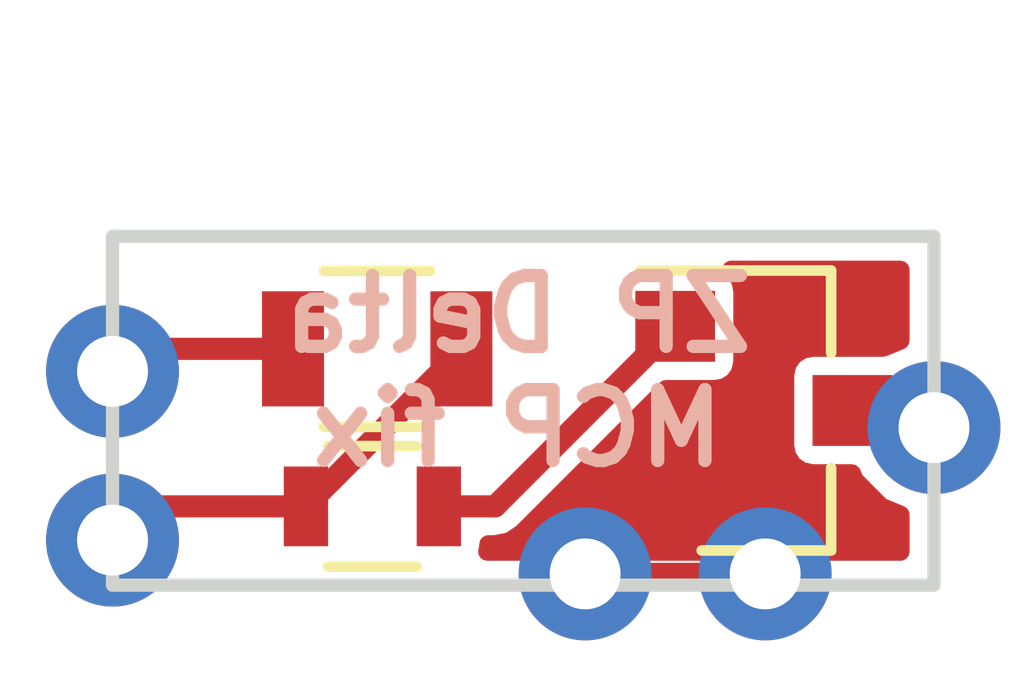
<source format=kicad_pcb>
(kicad_pcb (version 4) (host pcbnew 4.0.7)

  (general
    (links 9)
    (no_connects 0)
    (area 87.427999 134.163999 96.849001 138.251001)
    (thickness 1.6)
    (drawings 5)
    (tracks 14)
    (zones 0)
    (modules 8)
    (nets 6)
  )

  (page A4)
  (layers
    (0 F.Cu signal)
    (31 B.Cu signal)
    (32 B.Adhes user)
    (33 F.Adhes user)
    (34 B.Paste user)
    (35 F.Paste user)
    (36 B.SilkS user)
    (37 F.SilkS user)
    (38 B.Mask user)
    (39 F.Mask user)
    (40 Dwgs.User user)
    (41 Cmts.User user)
    (42 Eco1.User user)
    (43 Eco2.User user)
    (44 Edge.Cuts user)
    (45 Margin user)
    (46 B.CrtYd user)
    (47 F.CrtYd user)
    (48 B.Fab user hide)
    (49 F.Fab user hide)
  )

  (setup
    (last_trace_width 0.25)
    (trace_clearance 0.2)
    (zone_clearance 0.2)
    (zone_45_only no)
    (trace_min 0.2)
    (segment_width 0.2)
    (edge_width 0.15)
    (via_size 0.6)
    (via_drill 0.4)
    (via_min_size 0.4)
    (via_min_drill 0.3)
    (uvia_size 0.3)
    (uvia_drill 0.1)
    (uvias_allowed no)
    (uvia_min_size 0.2)
    (uvia_min_drill 0.1)
    (pcb_text_width 0.3)
    (pcb_text_size 1.5 1.5)
    (mod_edge_width 0.15)
    (mod_text_size 1 1)
    (mod_text_width 0.15)
    (pad_size 1.524 1.524)
    (pad_drill 0.762)
    (pad_to_mask_clearance 0.2)
    (aux_axis_origin 151.511 101.6)
    (visible_elements 7FFFFF7F)
    (pcbplotparams
      (layerselection 0x010f0_80000001)
      (usegerberextensions true)
      (usegerberattributes true)
      (excludeedgelayer true)
      (linewidth 0.100000)
      (plotframeref false)
      (viasonmask false)
      (mode 1)
      (useauxorigin true)
      (hpglpennumber 1)
      (hpglpenspeed 20)
      (hpglpendiameter 15)
      (hpglpenoverlay 2)
      (psnegative false)
      (psa4output false)
      (plotreference true)
      (plotvalue true)
      (plotinvisibletext false)
      (padsonsilk false)
      (subtractmaskfromsilk false)
      (outputformat 1)
      (mirror false)
      (drillshape 0)
      (scaleselection 1)
      (outputdirectory gerbers/))
  )

  (net 0 "")
  (net 1 "Net-(Q1-Pad1)")
  (net 2 GND)
  (net 3 "Net-(Q1-Pad3)")
  (net 4 "Net-(R1-Pad2)")
  (net 5 VCC)

  (net_class Default "This is the default net class."
    (clearance 0.2)
    (trace_width 0.25)
    (via_dia 0.6)
    (via_drill 0.4)
    (uvia_dia 0.3)
    (uvia_drill 0.1)
    (add_net GND)
    (add_net "Net-(Q1-Pad1)")
    (add_net "Net-(Q1-Pad3)")
    (add_net "Net-(R1-Pad2)")
    (add_net VCC)
  )

  (module TO_SOT_Packages_SMD:SOT-23 (layer F.Cu) (tedit 5BCBC92B) (tstamp 5BCBC911)
    (at 94.853 136.205)
    (descr "SOT-23, Standard")
    (tags SOT-23)
    (path /5BCBC7E3)
    (attr smd)
    (fp_text reference Q1 (at 0 -2.5) (layer F.SilkS) hide
      (effects (font (size 1 1) (thickness 0.15)))
    )
    (fp_text value BC857 (at 0 2.5) (layer F.Fab)
      (effects (font (size 1 1) (thickness 0.15)))
    )
    (fp_text user %R (at 0 0 90) (layer F.Fab)
      (effects (font (size 0.5 0.5) (thickness 0.075)))
    )
    (fp_line (start -0.7 -0.95) (end -0.7 1.5) (layer F.Fab) (width 0.1))
    (fp_line (start -0.15 -1.52) (end 0.7 -1.52) (layer F.Fab) (width 0.1))
    (fp_line (start -0.7 -0.95) (end -0.15 -1.52) (layer F.Fab) (width 0.1))
    (fp_line (start 0.7 -1.52) (end 0.7 1.52) (layer F.Fab) (width 0.1))
    (fp_line (start -0.7 1.52) (end 0.7 1.52) (layer F.Fab) (width 0.1))
    (fp_line (start 0.76 1.58) (end 0.76 0.65) (layer F.SilkS) (width 0.12))
    (fp_line (start 0.76 -1.58) (end 0.76 -0.65) (layer F.SilkS) (width 0.12))
    (fp_line (start -1.7 -1.75) (end 1.7 -1.75) (layer F.CrtYd) (width 0.05))
    (fp_line (start 1.7 -1.75) (end 1.7 1.75) (layer F.CrtYd) (width 0.05))
    (fp_line (start 1.7 1.75) (end -1.7 1.75) (layer F.CrtYd) (width 0.05))
    (fp_line (start -1.7 1.75) (end -1.7 -1.75) (layer F.CrtYd) (width 0.05))
    (fp_line (start 0.76 -1.58) (end -1.4 -1.58) (layer F.SilkS) (width 0.12))
    (fp_line (start 0.76 1.58) (end -0.7 1.58) (layer F.SilkS) (width 0.12))
    (pad 1 smd rect (at -1 -0.95) (size 0.9 0.8) (layers F.Cu F.Paste F.Mask)
      (net 1 "Net-(Q1-Pad1)"))
    (pad 2 smd rect (at -1 0.95) (size 0.9 0.8) (layers F.Cu F.Paste F.Mask)
      (net 2 GND))
    (pad 3 smd rect (at 1 0) (size 0.9 0.8) (layers F.Cu F.Paste F.Mask)
      (net 3 "Net-(Q1-Pad3)"))
    (model ${KISYS3DMOD}/TO_SOT_Packages_SMD.3dshapes/SOT-23.wrl
      (at (xyz 0 0 0))
      (scale (xyz 1 1 1))
      (rotate (xyz 0 0 0))
    )
  )

  (module Resistors_SMD:R_0603 (layer F.Cu) (tedit 5BCBC93E) (tstamp 5BCBC917)
    (at 90.436 137.287 180)
    (descr "Resistor SMD 0603, reflow soldering, Vishay (see dcrcw.pdf)")
    (tags "resistor 0603")
    (path /5BCBC840)
    (attr smd)
    (fp_text reference R1 (at 0 -1.45 180) (layer F.SilkS) hide
      (effects (font (size 1 1) (thickness 0.15)))
    )
    (fp_text value 1K8 (at 0 1.5 180) (layer F.Fab)
      (effects (font (size 1 1) (thickness 0.15)))
    )
    (fp_text user %R (at 0 0 180) (layer F.Fab)
      (effects (font (size 0.4 0.4) (thickness 0.075)))
    )
    (fp_line (start -0.8 0.4) (end -0.8 -0.4) (layer F.Fab) (width 0.1))
    (fp_line (start 0.8 0.4) (end -0.8 0.4) (layer F.Fab) (width 0.1))
    (fp_line (start 0.8 -0.4) (end 0.8 0.4) (layer F.Fab) (width 0.1))
    (fp_line (start -0.8 -0.4) (end 0.8 -0.4) (layer F.Fab) (width 0.1))
    (fp_line (start 0.5 0.68) (end -0.5 0.68) (layer F.SilkS) (width 0.12))
    (fp_line (start -0.5 -0.68) (end 0.5 -0.68) (layer F.SilkS) (width 0.12))
    (fp_line (start -1.25 -0.7) (end 1.25 -0.7) (layer F.CrtYd) (width 0.05))
    (fp_line (start -1.25 -0.7) (end -1.25 0.7) (layer F.CrtYd) (width 0.05))
    (fp_line (start 1.25 0.7) (end 1.25 -0.7) (layer F.CrtYd) (width 0.05))
    (fp_line (start 1.25 0.7) (end -1.25 0.7) (layer F.CrtYd) (width 0.05))
    (pad 1 smd rect (at -0.75 0 180) (size 0.5 0.9) (layers F.Cu F.Paste F.Mask)
      (net 1 "Net-(Q1-Pad1)"))
    (pad 2 smd rect (at 0.75 0 180) (size 0.5 0.9) (layers F.Cu F.Paste F.Mask)
      (net 4 "Net-(R1-Pad2)"))
    (model ${KISYS3DMOD}/Resistors_SMD.3dshapes/R_0603.wrl
      (at (xyz 0 0 0))
      (scale (xyz 1 1 1))
      (rotate (xyz 0 0 0))
    )
  )

  (module Resistors_SMD:R_0805 (layer F.Cu) (tedit 5BCBC92D) (tstamp 5BCBC91D)
    (at 90.49 135.509)
    (descr "Resistor SMD 0805, reflow soldering, Vishay (see dcrcw.pdf)")
    (tags "resistor 0805")
    (path /5BCBC8AF)
    (attr smd)
    (fp_text reference R2 (at 0 -1.65) (layer F.SilkS) hide
      (effects (font (size 1 1) (thickness 0.15)))
    )
    (fp_text value 10K (at 0 1.75) (layer F.Fab)
      (effects (font (size 1 1) (thickness 0.15)))
    )
    (fp_text user %R (at 0 0) (layer F.Fab)
      (effects (font (size 0.5 0.5) (thickness 0.075)))
    )
    (fp_line (start -1 0.62) (end -1 -0.62) (layer F.Fab) (width 0.1))
    (fp_line (start 1 0.62) (end -1 0.62) (layer F.Fab) (width 0.1))
    (fp_line (start 1 -0.62) (end 1 0.62) (layer F.Fab) (width 0.1))
    (fp_line (start -1 -0.62) (end 1 -0.62) (layer F.Fab) (width 0.1))
    (fp_line (start 0.6 0.88) (end -0.6 0.88) (layer F.SilkS) (width 0.12))
    (fp_line (start -0.6 -0.88) (end 0.6 -0.88) (layer F.SilkS) (width 0.12))
    (fp_line (start -1.55 -0.9) (end 1.55 -0.9) (layer F.CrtYd) (width 0.05))
    (fp_line (start -1.55 -0.9) (end -1.55 0.9) (layer F.CrtYd) (width 0.05))
    (fp_line (start 1.55 0.9) (end 1.55 -0.9) (layer F.CrtYd) (width 0.05))
    (fp_line (start 1.55 0.9) (end -1.55 0.9) (layer F.CrtYd) (width 0.05))
    (pad 1 smd rect (at -0.95 0) (size 0.7 1.3) (layers F.Cu F.Paste F.Mask)
      (net 5 VCC))
    (pad 2 smd rect (at 0.95 0) (size 0.7 1.3) (layers F.Cu F.Paste F.Mask)
      (net 4 "Net-(R1-Pad2)"))
    (model ${KISYS3DMOD}/Resistors_SMD.3dshapes/R_0805.wrl
      (at (xyz 0 0 0))
      (scale (xyz 1 1 1))
      (rotate (xyz 0 0 0))
    )
  )

  (module Measurement_Points:Measurement_Point_Round-TH_Small (layer F.Cu) (tedit 5BCCCC5A) (tstamp 5BCBC922)
    (at 87.503 135.763)
    (descr "Mesurement Point, Square, Trough Hole,  DM 1.5mm, Drill 0.8mm,")
    (tags "Mesurement Point Round Trough Hole 1.5mm Drill 0.8mm")
    (path /5BCBCA0C)
    (attr virtual)
    (fp_text reference TP1 (at 0 -2) (layer F.SilkS) hide
      (effects (font (size 1 1) (thickness 0.15)))
    )
    (fp_text value VCC (at 2.413 0.127) (layer B.SilkS) hide
      (effects (font (size 1 1) (thickness 0.15)) (justify mirror))
    )
    (fp_circle (center 0 0) (end 1 0) (layer F.CrtYd) (width 0.05))
    (pad 1 thru_hole circle (at 0 0) (size 1.5 1.5) (drill 0.8) (layers *.Cu *.Mask)
      (net 5 VCC))
  )

  (module Measurement_Points:Measurement_Point_Round-TH_Small (layer F.Cu) (tedit 5BCCCC72) (tstamp 5BCBC927)
    (at 87.503 137.668)
    (descr "Mesurement Point, Square, Trough Hole,  DM 1.5mm, Drill 0.8mm,")
    (tags "Mesurement Point Round Trough Hole 1.5mm Drill 0.8mm")
    (path /5BCBC8FE)
    (attr virtual)
    (fp_text reference TP2 (at 0 -2) (layer F.SilkS) hide
      (effects (font (size 1 1) (thickness 0.15)))
    )
    (fp_text value IN (at 2.032 0) (layer B.SilkS) hide
      (effects (font (size 1 1) (thickness 0.15)) (justify mirror))
    )
    (fp_circle (center 0 0) (end 1 0) (layer F.CrtYd) (width 0.05))
    (pad 1 thru_hole circle (at 0 0) (size 1.5 1.5) (drill 0.8) (layers *.Cu *.Mask)
      (net 4 "Net-(R1-Pad2)"))
  )

  (module Measurement_Points:Measurement_Point_Round-TH_Small (layer F.Cu) (tedit 5BCCCC63) (tstamp 5BCBC92C)
    (at 96.774 136.398)
    (descr "Mesurement Point, Square, Trough Hole,  DM 1.5mm, Drill 0.8mm,")
    (tags "Mesurement Point Round Trough Hole 1.5mm Drill 0.8mm")
    (path /5BCBC98C)
    (attr virtual)
    (fp_text reference TP3 (at 0 -2) (layer F.SilkS) hide
      (effects (font (size 1 1) (thickness 0.15)))
    )
    (fp_text value OUT (at -2.413 0.127) (layer B.SilkS) hide
      (effects (font (size 1 1) (thickness 0.15)) (justify mirror))
    )
    (fp_circle (center 0 0) (end 1 0) (layer F.CrtYd) (width 0.05))
    (pad 1 thru_hole circle (at 0 0) (size 1.5 1.5) (drill 0.8) (layers *.Cu *.Mask)
      (net 3 "Net-(Q1-Pad3)"))
  )

  (module Measurement_Points:Measurement_Point_Round-TH_Small (layer F.Cu) (tedit 5BCCCC5E) (tstamp 5BCBC931)
    (at 92.837 138.049)
    (descr "Mesurement Point, Square, Trough Hole,  DM 1.5mm, Drill 0.8mm,")
    (tags "Mesurement Point Round Trough Hole 1.5mm Drill 0.8mm")
    (path /5BCBCAB1)
    (attr virtual)
    (fp_text reference TP4 (at 0 -2) (layer F.SilkS) hide
      (effects (font (size 1 1) (thickness 0.15)))
    )
    (fp_text value GND (at 1.397 -1.524) (layer B.SilkS) hide
      (effects (font (size 1 1) (thickness 0.15)) (justify mirror))
    )
    (fp_circle (center 0 0) (end 1 0) (layer F.CrtYd) (width 0.05))
    (pad 1 thru_hole circle (at 0 0) (size 1.5 1.5) (drill 0.8) (layers *.Cu *.Mask)
      (net 2 GND))
  )

  (module Measurement_Points:Measurement_Point_Round-TH_Small (layer F.Cu) (tedit 5BCBCA4F) (tstamp 5BCBCA46)
    (at 94.869 138.049)
    (descr "Mesurement Point, Square, Trough Hole,  DM 1.5mm, Drill 0.8mm,")
    (tags "Mesurement Point Round Trough Hole 1.5mm Drill 0.8mm")
    (path /5BCBCCDB)
    (attr virtual)
    (fp_text reference TP5 (at 0 -2) (layer F.SilkS) hide
      (effects (font (size 1 1) (thickness 0.15)))
    )
    (fp_text value GND (at 0 2) (layer F.Fab)
      (effects (font (size 1 1) (thickness 0.15)))
    )
    (fp_circle (center 0 0) (end 1 0) (layer F.CrtYd) (width 0.05))
    (pad 1 thru_hole circle (at 0 0) (size 1.5 1.5) (drill 0.8) (layers *.Cu *.Mask)
      (net 2 GND))
  )

  (gr_text "ZP Delta\nMCP fix" (at 92.075 135.763) (layer B.SilkS)
    (effects (font (size 0.8 0.8) (thickness 0.15)) (justify mirror))
  )
  (gr_line (start 96.774 134.239) (end 87.503 134.239) (layer Edge.Cuts) (width 0.15))
  (gr_line (start 96.774 138.176) (end 96.774 134.239) (layer Edge.Cuts) (width 0.15))
  (gr_line (start 87.503 138.176) (end 96.774 138.176) (layer Edge.Cuts) (width 0.15))
  (gr_line (start 87.503 134.239) (end 87.503 138.176) (layer Edge.Cuts) (width 0.15))

  (segment (start 91.186 137.287) (end 91.821 137.287) (width 0.25) (layer F.Cu) (net 1))
  (segment (start 91.821 137.287) (end 93.853 135.255) (width 0.25) (layer F.Cu) (net 1))
  (segment (start 92.837 138.049) (end 92.959 138.049) (width 0.25) (layer F.Cu) (net 2))
  (segment (start 92.959 138.049) (end 93.853 137.155) (width 0.25) (layer F.Cu) (net 2))
  (segment (start 94.869 138.049) (end 92.837 138.049) (width 0.25) (layer F.Cu) (net 2))
  (segment (start 93.1451 137.7409) (end 92.837 138.049) (width 0.25) (layer F.Cu) (net 2))
  (segment (start 95.853 136.205) (end 96.581 136.205) (width 0.25) (layer F.Cu) (net 3))
  (segment (start 96.581 136.205) (end 96.774 136.398) (width 0.25) (layer F.Cu) (net 3))
  (segment (start 89.686 137.287) (end 87.884 137.287) (width 0.25) (layer F.Cu) (net 4))
  (segment (start 87.884 137.287) (end 87.503 137.668) (width 0.25) (layer F.Cu) (net 4))
  (segment (start 91.44 135.509) (end 91.44 135.533) (width 0.25) (layer F.Cu) (net 4))
  (segment (start 91.44 135.533) (end 89.686 137.287) (width 0.25) (layer F.Cu) (net 4))
  (segment (start 89.54 135.509) (end 87.757 135.509) (width 0.25) (layer F.Cu) (net 5))
  (segment (start 87.757 135.509) (end 87.503 135.763) (width 0.25) (layer F.Cu) (net 5))

  (zone (net 2) (net_name GND) (layer F.Cu) (tstamp 0) (hatch edge 0.508)
    (connect_pads yes (clearance 0.2))
    (min_thickness 0.2)
    (fill yes (arc_segments 16) (thermal_gap 0.2) (thermal_bridge_width 0.508))
    (polygon
      (pts
        (xy 86.233 131.572) (xy 97.663 131.572) (xy 97.663 139.192) (xy 86.233 139.192)
      )
    )
    (filled_polygon
      (pts
        (xy 96.399 135.416845) (xy 96.199872 135.499123) (xy 95.403 135.499123) (xy 95.291827 135.520042) (xy 95.189721 135.585745)
        (xy 95.121222 135.685997) (xy 95.097123 135.805) (xy 95.097123 136.605) (xy 95.118042 136.716173) (xy 95.183745 136.818279)
        (xy 95.283997 136.886778) (xy 95.403 136.910877) (xy 95.849815 136.910877) (xy 95.883334 136.992) (xy 96.178446 137.287628)
        (xy 96.399 137.37921) (xy 96.399 137.801) (xy 91.728917 137.801) (xy 91.741877 137.737) (xy 91.741877 137.712)
        (xy 91.821 137.712) (xy 91.956657 137.685016) (xy 91.983641 137.679649) (xy 92.12152 137.58752) (xy 93.748163 135.960877)
        (xy 94.303 135.960877) (xy 94.414173 135.939958) (xy 94.516279 135.874255) (xy 94.584778 135.774003) (xy 94.608877 135.655)
        (xy 94.608877 134.855) (xy 94.587958 134.743827) (xy 94.522255 134.641721) (xy 94.481684 134.614) (xy 96.399 134.614)
      )
    )
  )
)

</source>
